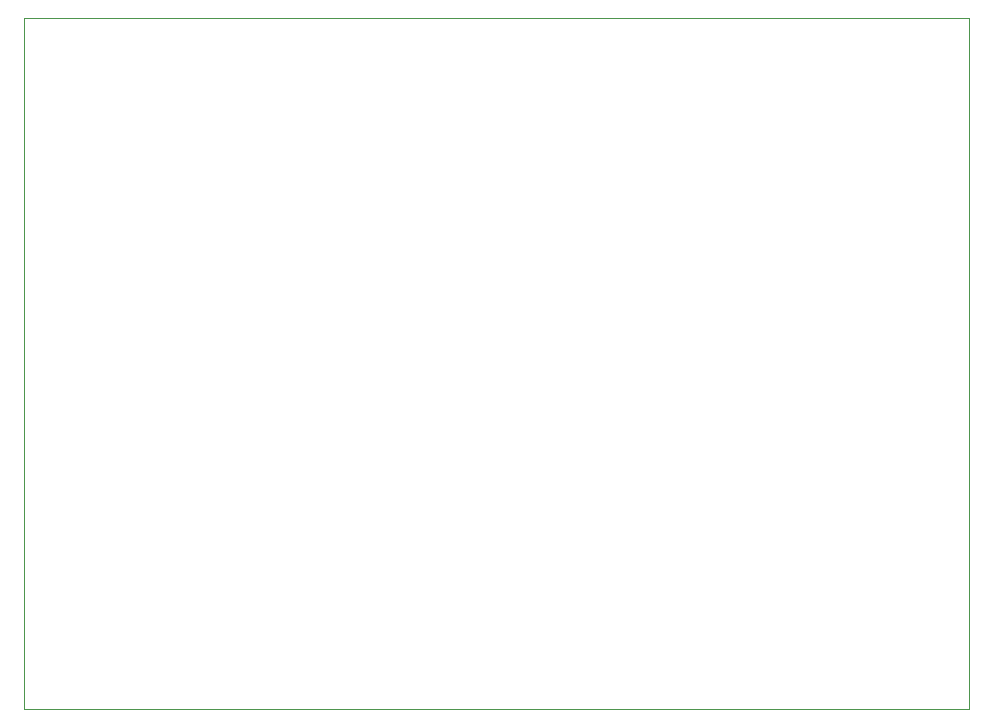
<source format=gbr>
%TF.GenerationSoftware,KiCad,Pcbnew,9.0.0*%
%TF.CreationDate,2025-04-09T21:38:28+02:00*%
%TF.ProjectId,ProLib_pcs_2025-03-23,50726f4c-6962-45f7-9063-735f32303235,rev?*%
%TF.SameCoordinates,Original*%
%TF.FileFunction,Profile,NP*%
%FSLAX46Y46*%
G04 Gerber Fmt 4.6, Leading zero omitted, Abs format (unit mm)*
G04 Created by KiCad (PCBNEW 9.0.0) date 2025-04-09 21:38:28*
%MOMM*%
%LPD*%
G01*
G04 APERTURE LIST*
%TA.AperFunction,Profile*%
%ADD10C,0.050000*%
%TD*%
G04 APERTURE END LIST*
D10*
X190500000Y-53000000D02*
X190500000Y-108500000D01*
X190500000Y-50000000D02*
X110500000Y-49940000D01*
X110500000Y-49940000D02*
X110460000Y-108510000D01*
X110460000Y-108510000D02*
X190500000Y-108500000D01*
X190500000Y-53000000D02*
X190500000Y-50000000D01*
M02*

</source>
